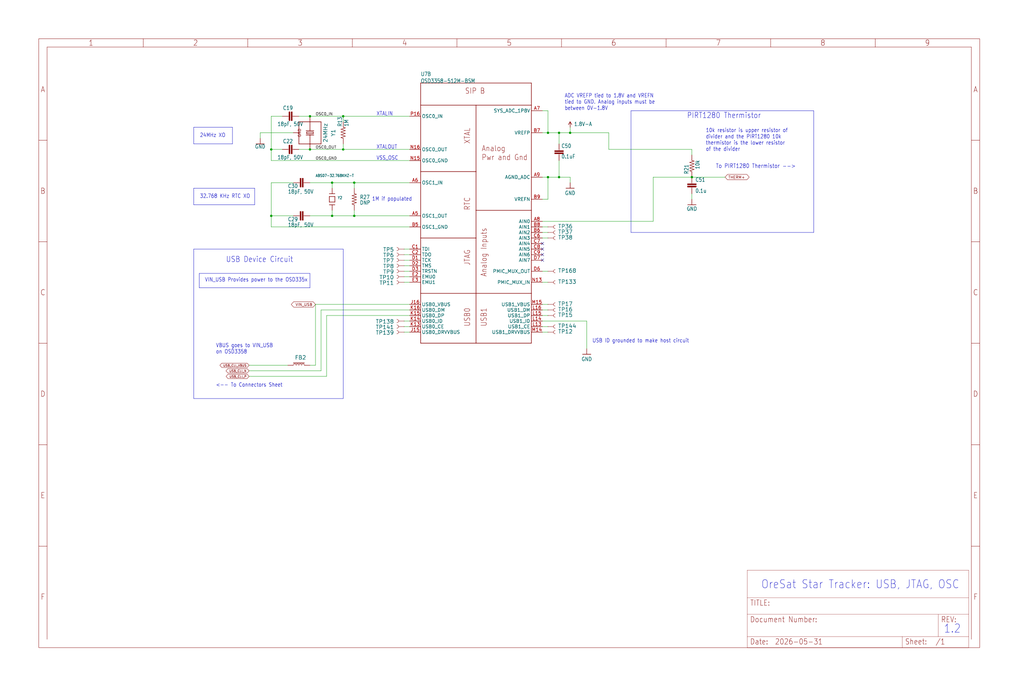
<source format=kicad_sch>
(kicad_sch (version 20250114) (generator "eeschema") (generator_version "9.0")
  (paper "User" 469.9 317.627)
  (lib_symbols
    (symbol "cfc-card-eagle-import:1.8V-A" (power)
      (symbol "1.8V-A_1_0"
        (pin power_in line (at 0 -2.54 90) (length 2.54) (name "1.8V-A") (number "1"))
      )
    )
    (symbol "cfc-card-eagle-import:ABS07-32.768KHZ-T"
      (property "Reference" "Y" (at -2.54 2.54 0))
      (symbol "ABS07-32.768KHZ-T_1_0"
        (pin passive line (at -5.08 0 0) (length 2.54) (name "P$1") (number "P$1"))
        (pin passive line (at 5.08 0 180) (length 2.54) (name "P$2") (number "P$2"))
      )
    )
    (symbol "cfc-card-eagle-import:C-EU0603-A"
      (property "Reference" "C" (at 1.524 0.381 0))
      (symbol "C-EU0603-A_1_0"
        (pin passive line (at 0 2.54 270) (length 2.54) (name "1") (number "1"))
        (pin passive line (at 0 -5.08 90) (length 2.54) (name "2") (number "2"))
      )
    )
    (symbol "cfc-card-eagle-import:ECS-240-12-30BQ-AEN-TR"
      (property "Reference" "Y" (at 0 9.652 0))
      (symbol "ECS-240-12-30BQ-AEN-TR_1_0"
        (text "GND" (at 0 -4.064 0) (effects (font (size 1.27 1.27)) (justify bottom)))
        (pin passive line (at -7.62 0 0) (length 2.54) (name "X1") (number "1"))
        (pin power_in line (at 0 -7.62 90) (length 2.54) (name "GND") (number "2"))
        (pin power_in line (at 0 -7.62 90) (length 2.54) (name "GND") (number "4"))
        (pin passive line (at 7.62 0 180) (length 2.54) (name "X2") (number "3"))
      )
    )
    (symbol "cfc-card-eagle-import:FERRITE_BEAD-0603"
      (property "Reference" "FB" (at 1.27 2.54 0))
      (symbol "FERRITE_BEAD-0603_1_0"
        (pin passive line (at 0 5.08 270) (length 2.54) (name "1") (number "1"))
        (pin passive line (at 0 -5.08 90) (length 2.54) (name "2") (number "2"))
      )
    )
    (symbol "cfc-card-eagle-import:GND" (power)
      (symbol "GND_1_0"
        (pin power_in line (at 0 2.54 270) (length 2.54) (name "GND") (number "1"))
      )
    )
    (symbol "cfc-card-eagle-import:OSD3358-512M-BSM"
      (property "Reference" "U" (at -22.86 27.94 0))
      (symbol "OSD3358-512M-BSM_1_0"
        (text "GND to program EEPROM" (at -25.4 -71.12 0) (effects (font (size 1.27 1.0795)) (justify left bottom)))
        (text "SIP A" (at -20.32 17.78 0) (effects (font (size 2.54 2.159)) (justify left bottom)))
        (text "I2C0" (at -2.54 -60.96 900) (effects (font (size 2.54 2.159)) (justify left bottom)))
        (text "Connect together with pour" (at 5.08 -7.62 900) (effects (font (size 1.27 1.0795)) (justify left bottom)))
        (text "Connect together with pour" (at 5.08 -63.5 900) (effects (font (size 1.27 1.0795)) (justify left bottom)))
        (text "Reset" (at 5.08 -81.28 900) (effects (font (size 2.54 2.159)) (justify left bottom)))
        (text "Connect to either:\nSYS_VDD_1P8V\nSYS_VDD3_3P3V" (at 7.62 -30.48 900) (effects (font (size 1.27 1.0795)) (justify left bottom)))
        (pin power_in line (at -35.56 78.74 0) (length 5.08) (name "VIN_AC@1") (number "P10"))
        (pin power_in line (at -35.56 76.2 0) (length 5.08) (name "VIN_AC@2") (number "R10"))
        (pin power_in line (at -35.56 73.66 0) (length 5.08) (name "VIN_AC@3") (number "T10"))
        (pin power_in line (at -35.56 63.5 0) (length 5.08) (name "VIN_USB@1") (number "P9"))
        (pin power_in line (at -35.56 60.96 0) (length 5.08) (name "VIN_USB@2") (number "R9"))
        (pin power_in line (at -35.56 58.42 0) (length 5.08) (name "VIN_USB@3") (number "T9"))
        (pin power_in line (at -35.56 48.26 0) (length 5.08) (name "VIN_BAT@1") (number "P8"))
        (pin power_in line (at -35.56 45.72 0) (length 5.08) (name "VIN_BAT@2") (number "R8"))
        (pin power_in line (at -35.56 43.18 0) (length 5.08) (name "VIN_BAT@3") (number "T8"))
        (pin bidirectional line (at -35.56 38.1 0) (length 5.08) (name "PMIC_BAT_SENSE") (number "N7"))
        (pin bidirectional line (at -35.56 35.56 0) (length 5.08) (name "PMIC_TS") (number "N6"))
        (pin bidirectional line (at -35.56 5.08 0) (length 5.08) (name "PMIC_NRESET") (number "M13"))
        (pin bidirectional line (at -35.56 -5.08 0) (length 5.08) (name "PMIC_PB_IN") (number "T11"))
        (pin input line (at -35.56 -15.24 0) (length 5.08) (name "PMIC_PWR_EN") (number "N11"))
        (pin output line (at -35.56 -17.78 0) (length 5.08) (name "PMIC_POWER_EN") (number "N10"))
        (pin output line (at -35.56 -22.86 0) (length 5.08) (name "PMIC_LDO_PGOOD") (number "N4"))
        (pin bidirectional line (at -35.56 -25.4 0) (length 5.08) (name "RTC_PWRONRSTN") (number "N5"))
        (pin output line (at -35.56 -30.48 0) (length 5.08) (name "PMIC_NWAKEUP") (number "L4"))
        (pin bidirectional line (at -35.56 -33.02 0) (length 5.08) (name "EXT_WAKEUP") (number "M4"))
        (pin output line (at -35.56 -38.1 0) (length 5.08) (name "PMIC_NINT") (number "E4"))
        (pin bidirectional line (at -35.56 -40.64 0) (length 5.08) (name "EXTINTN") (number "D4"))
        (pin bidirectional line (at -35.56 -50.8 0) (length 5.08) (name "PMIC_SCL") (number "D10"))
        (pin bidirectional line (at -35.56 -53.34 0) (length 5.08) (name "I2C0_SCL") (number "C10"))
        (pin bidirectional line (at -35.56 -60.96 0) (length 5.08) (name "PMIC_SDA") (number "D11"))
        (pin bidirectional line (at -35.56 -63.5 0) (length 5.08) (name "I2C0_SDA") (number "C11"))
        (pin bidirectional line (at -35.56 -73.66 0) (length 5.08) (name "EEPROM_WP") (number "M2"))
        (pin bidirectional line (at -35.56 -83.82 0) (length 5.08) (name "RTC_KALDO_ENN") (number "M16"))
        (pin power_in line (at 35.56 78.74 180) (length 5.08) (name "SYS_VOUT@1") (number "K6"))
        (pin power_in line (at 35.56 76.2 180) (length 5.08) (name "SYS_VOUT@2") (number "K7"))
        (pin power_in line (at 35.56 73.66 180) (length 5.08) (name "SYS_VOUT@3") (number "L6"))
        (pin power_in line (at 35.56 71.12 180) (length 5.08) (name "SYS_VOUT@4") (number "L7"))
        (pin power_in line (at 35.56 60.96 180) (length 5.08) (name "SYS_VDD1_3P3V@1") (number "F6"))
        (pin power_in line (at 35.56 58.42 180) (length 5.08) (name "SYS_VDD1_3P3V@2") (number "F7"))
        (pin power_in line (at 35.56 55.88 180) (length 5.08) (name "SYS_VDD1_3P3V@3") (number "G6"))
        (pin power_in line (at 35.56 53.34 180) (length 5.08) (name "SYS_VDD1_3P3V@4") (number "G7"))
        (pin power_in line (at 35.56 43.18 180) (length 5.08) (name "SYS_VDD2_3P3V@1") (number "F11"))
        (pin power_in line (at 35.56 40.64 180) (length 5.08) (name "SYS_VDD2_3P3V@2") (number "G11"))
        (pin power_in line (at 35.56 30.48 180) (length 5.08) (name "SYS_RTC_1P8V@1") (number "K11"))
        (pin power_in line (at 35.56 27.94 180) (length 5.08) (name "SYS_RTC_1P8V@2") (number "L11"))
        (pin power_in line (at 35.56 12.7 180) (length 5.08) (name "SYS_VDD3_3P3V@1") (number "F8"))
        (pin power_in line (at 35.56 10.16 180) (length 5.08) (name "SYS_VDD3_3P3V@2") (number "G8"))
        (pin power_in line (at 35.56 7.62 180) (length 5.08) (name "SYS_VDD3_3P3V@3") (number "H7"))
        (pin power_in line (at 35.56 5.08 180) (length 5.08) (name "SYS_VDD3_3P3V@4") (number "H8"))
        (pin power_in line (at 35.56 2.54 180) (length 5.08) (name "SYS_VDD3_3P3V@5") (number "J7"))
        (pin power_in line (at 35.56 0 180) (length 5.08) (name "SYS_VDD3_3P3V@6") (number "J8"))
        (pin power_in line (at 35.56 -2.54 180) (length 5.08) (name "SYS_VDD3_3P3V@7") (number "K8"))
        (pin power_in line (at 35.56 -5.08 180) (length 5.08) (name "SYS_VDD3_3P3V@8") (number "L8"))
        (pin power_in line (at 35.56 -15.24 180) (length 5.08) (name "VDDSHV1") (number "J9"))
        (pin power_in line (at 35.56 -17.78 180) (length 5.08) (name "VDDSHV2") (number "K9"))
        (pin power_in line (at 35.56 -20.32 180) (length 5.08) (name "VDDSHV3") (number "L9"))
        (pin power_in line (at 35.56 -22.86 180) (length 5.08) (name "VDDSHV4") (number "F9"))
        (pin power_in line (at 35.56 -25.4 180) (length 5.08) (name "VDDSHV5") (number "G9"))
        (pin power_in line (at 35.56 -27.94 180) (length 5.08) (name "VDDSHV6") (number "H9"))
        (pin power_in line (at 35.56 -38.1 180) (length 5.08) (name "SYS_VDD_1P8V@1") (number "F10"))
        (pin power_in line (at 35.56 -40.64 180) (length 5.08) (name "SYS_VDD_1P8V@2") (number "G10"))
        (pin power_in line (at 35.56 -43.18 180) (length 5.08) (name "SYS_VDD_1P8V@3") (number "H10"))
        (pin power_in line (at 35.56 -45.72 180) (length 5.08) (name "SYS_VDD_1P8V@4") (number "H11"))
        (pin power_in line (at 35.56 -48.26 180) (length 5.08) (name "SYS_VDD_1P8V@5") (number "J10"))
        (pin power_in line (at 35.56 -50.8 180) (length 5.08) (name "SYS_VDD_1P8V@6") (number "J11"))
        (pin power_in line (at 35.56 -53.34 180) (length 5.08) (name "SYS_VDD_1P8V@7") (number "K10"))
        (pin power_in line (at 35.56 -55.88 180) (length 5.08) (name "SYS_VDD_1P8V@8") (number "L10"))
        (pin output line (at 35.56 -71.12 180) (length 5.08) (name "PMIC_PGOOD") (number "N12"))
        (pin bidirectional line (at 35.56 -73.66 180) (length 5.08) (name "PWRONRSTN") (number "P11"))
        (pin bidirectional line (at 35.56 -83.82 180) (length 5.08) (name "WARMRSTN") (number "R11"))
      )
      (symbol "OSD3358-512M-BSM_2_0"
        (text "SIP B" (at -5.08 53.34 0) (effects (font (size 2.54 2.159)) (justify left bottom)))
        (text "XTAL" (at -2.54 30.48 900) (effects (font (size 2.54 2.159)) (justify left bottom)))
        (text "RTC" (at -2.54 0 900) (effects (font (size 2.54 2.159)) (justify left bottom)))
        (text "JTAG" (at -2.54 -25.4 900) (effects (font (size 2.54 2.159)) (justify left bottom)))
        (text "USB0" (at -2.54 -53.34 900) (effects (font (size 2.54 2.159)) (justify left bottom)))
        (text "Analog\nPwr and Gnd" (at 2.54 22.86 0) (effects (font (size 2.54 2.159)) (justify left bottom)))
        (text "Analog Inputs" (at 5.08 -30.48 900) (effects (font (size 2.54 2.159)) (justify left bottom)))
        (text "USB1" (at 5.08 -53.34 900) (effects (font (size 2.54 2.159)) (justify left bottom)))
        (pin bidirectional line (at -30.48 43.18 0) (length 5.08) (name "OSC0_IN") (number "P16"))
        (pin bidirectional line (at -30.48 27.94 0) (length 5.08) (name "OSC0_OUT") (number "N16"))
        (pin bidirectional line (at -30.48 22.86 0) (length 5.08) (name "OSC0_GND") (number "N15"))
        (pin bidirectional line (at -30.48 12.7 0) (length 5.08) (name "OSC1_IN") (number "A6"))
        (pin bidirectional line (at -30.48 -2.54 0) (length 5.08) (name "OSC1_OUT") (number "A5"))
        (pin bidirectional line (at -30.48 -7.62 0) (length 5.08) (name "OSC1_GND") (number "B5"))
        (pin bidirectional line (at -30.48 -17.78 0) (length 5.08) (name "TDI") (number "C1"))
        (pin bidirectional line (at -30.48 -20.32 0) (length 5.08) (name "TDO") (number "C2"))
        (pin bidirectional line (at -30.48 -22.86 0) (length 5.08) (name "TCK") (number "D1"))
        (pin bidirectional line (at -30.48 -25.4 0) (length 5.08) (name "TMS") (number "D2"))
        (pin bidirectional line (at -30.48 -27.94 0) (length 5.08) (name "TRSTN") (number "D3"))
        (pin bidirectional line (at -30.48 -30.48 0) (length 5.08) (name "EMU0") (number "E2"))
        (pin bidirectional line (at -30.48 -33.02 0) (length 5.08) (name "EMU1") (number "E3"))
        (pin bidirectional line (at -30.48 -43.18 0) (length 5.08) (name "USB0_VBUS") (number "J16"))
        (pin bidirectional line (at -30.48 -45.72 0) (length 5.08) (name "USB0_DM") (number "K16"))
        (pin bidirectional line (at -30.48 -48.26 0) (length 5.08) (name "USB0_DP") (number "K15"))
        (pin bidirectional line (at -30.48 -50.8 0) (length 5.08) (name "USB0_ID") (number "K14"))
        (pin bidirectional line (at -30.48 -53.34 0) (length 5.08) (name "USB0_CE") (number "K13"))
        (pin bidirectional line (at -30.48 -55.88 0) (length 5.08) (name "USB0_DRVVBUS") (number "J15"))
        (pin bidirectional line (at 30.48 45.72 180) (length 5.08) (name "SYS_ADC_1P8V") (number "A7"))
        (pin bidirectional line (at 30.48 35.56 180) (length 5.08) (name "VREFP") (number "B7"))
        (pin bidirectional line (at 30.48 15.24 180) (length 5.08) (name "AGND_ADC") (number "A9"))
        (pin bidirectional line (at 30.48 5.08 180) (length 5.08) (name "VREFN") (number "B9"))
        (pin bidirectional line (at 30.48 -5.08 180) (length 5.08) (name "AIN0") (number "A8"))
        (pin bidirectional line (at 30.48 -7.62 180) (length 5.08) (name "AIN1") (number "B8"))
        (pin bidirectional line (at 30.48 -10.16 180) (length 5.08) (name "AIN2") (number "B6"))
        (pin bidirectional line (at 30.48 -12.7 180) (length 5.08) (name "AIN3") (number "C6"))
        (pin bidirectional line (at 30.48 -15.24 180) (length 5.08) (name "AIN4") (number "C7"))
        (pin bidirectional line (at 30.48 -17.78 180) (length 5.08) (name "AIN5") (number "C8"))
        (pin bidirectional line (at 30.48 -20.32 180) (length 5.08) (name "AIN6") (number "C9"))
        (pin bidirectional line (at 30.48 -22.86 180) (length 5.08) (name "AIN7") (number "D7"))
        (pin bidirectional line (at 30.48 -27.94 180) (length 5.08) (name "PMIC_MUX_OUT") (number "D6"))
        (pin bidirectional line (at 30.48 -33.02 180) (length 5.08) (name "PMIC_MUX_IN") (number "N13"))
        (pin bidirectional line (at 30.48 -43.18 180) (length 5.08) (name "USB1_VBUS") (number "M15"))
        (pin bidirectional line (at 30.48 -45.72 180) (length 5.08) (name "USB1_DM") (number "L16"))
        (pin bidirectional line (at 30.48 -48.26 180) (length 5.08) (name "USB1_DP") (number "L15"))
        (pin bidirectional line (at 30.48 -50.8 180) (length 5.08) (name "USB1_ID") (number "L14"))
        (pin bidirectional line (at 30.48 -53.34 180) (length 5.08) (name "USB1_CE") (number "L13"))
        (pin bidirectional line (at 30.48 -55.88 180) (length 5.08) (name "USB1_DRVVBUS") (number "M14"))
      )
      (symbol "OSD3358-512M-BSM_3_0"
        (text "SIP C" (at -5.08 53.34 0) (effects (font (size 2.54 2.159)) (justify left bottom)))
        (pin bidirectional line (at -30.48 55.88 0) (length 5.08) (name "UART0_TXD") (number "B12"))
        (pin bidirectional line (at -30.48 53.34 0) (length 5.08) (name "UART0_RXD") (number "A12"))
        (pin bidirectional line (at -30.48 50.8 0) (length 5.08) (name "UART0_CTSN") (number "C12"))
        (pin bidirectional line (at -30.48 48.26 0) (length 5.08) (name "UART0_RTSN") (number "C13"))
        (pin bidirectional line (at -30.48 40.64 0) (length 5.08) (name "UART1_TXD") (number "B11"))
        (pin bidirectional line (at -30.48 38.1 0) (length 5.08) (name "UART1_RXD") (number "A11"))
        (pin bidirectional line (at -30.48 35.56 0) (length 5.08) (name "UART1_CTSN") (number "B10"))
        (pin bidirectional line (at -30.48 33.02 0) (length 5.08) (name "UART1_RTSN") (number "A10"))
        (pin bidirectional line (at -30.48 25.4 0) (length 5.08) (name "SPI0_SCLK") (number "A13"))
        (pin bidirectional line (at -30.48 22.86 0) (length 5.08) (name "SPI0_D0") (number "B13"))
        (pin bidirectional line (at -30.48 20.32 0) (length 5.08) (name "SPI0_D1") (number "B14"))
        (pin bidirectional line (at -30.48 17.78 0) (length 5.08) (name "SPI0_CS0") (number "A14"))
        (pin bidirectional line (at -30.48 15.24 0) (length 5.08) (name "SPI0_CS1") (number "C14"))
        (pin bidirectional line (at -30.48 7.62 0) (length 5.08) (name "MMC0_CLK") (number "B15"))
        (pin bidirectional line (at -30.48 5.08 0) (length 5.08) (name "MMC0_CMD") (number "B16"))
        (pin bidirectional line (at -30.48 2.54 0) (length 5.08) (name "MMC0_DAT0") (number "A16"))
        (pin bidirectional line (at -30.48 0 0) (length 5.08) (name "MMC0_DAT1") (number "A15"))
        (pin bidirectional line (at -30.48 -2.54 0) (length 5.08) (name "MMC0_DAT2") (number "C16"))
        (pin bidirectional line (at -30.48 -5.08 0) (length 5.08) (name "MMC0_DAT3") (number "C15"))
        (pin bidirectional line (at -30.48 -12.7 0) (length 5.08) (name "MCASP0_ACLKX") (number "A1"))
        (pin bidirectional line (at -30.48 -15.24 0) (length 5.08) (name "MCASP0_FSX") (number "A2"))
        (pin bidirectional line (at -30.48 -17.78 0) (length 5.08) (name "MCASP0_AXR0") (number "B2"))
        (pin bidirectional line (at -30.48 -20.32 0) (length 5.08) (name "MCASP0_AHCLKR") (number "B1"))
        (pin bidirectional line (at -30.48 -22.86 0) (length 5.08) (name "MCASP0_ACLKR") (number "A3"))
        (pin bidirectional line (at -30.48 -25.4 0) (length 5.08) (name "MCASP0_FSR") (number "B3"))
        (pin bidirectional line (at -30.48 -27.94 0) (length 5.08) (name "MCASP0_AXR1") (number "C3"))
        (pin bidirectional line (at -30.48 -30.48 0) (length 5.08) (name "MCASP0_AHCLKX") (number "C4"))
        (pin bidirectional line (at -30.48 -38.1 0) (length 5.08) (name "XDMA_EVENT_INTR0") (number "A4"))
        (pin bidirectional line (at -30.48 -40.64 0) (length 5.08) (name "XDMA_EVENT_INTR1") (number "B4"))
        (pin bidirectional line (at -30.48 -43.18 0) (length 5.08) (name "ECAP0_IN_PWM0_OUT") (number "C5"))
        (pin bidirectional line (at 30.48 55.88 180) (length 5.08) (name "GPMC_CLK") (number "T7"))
        (pin bidirectional line (at 30.48 50.8 180) (length 5.08) (name "GPMC_A0") (number "T12"))
        (pin bidirectional line (at 30.48 48.26 180) (length 5.08) (name "GPMC_A1") (number "R12"))
        (pin bidirectional line (at 30.48 45.72 180) (length 5.08) (name "GPMC_A2") (number "P12"))
        (pin bidirectional line (at 30.48 43.18 180) (length 5.08) (name "GPMC_A3") (number "T13"))
        (pin bidirectional line (at 30.48 40.64 180) (length 5.08) (name "GPMC_A4") (number "R13"))
        (pin bidirectional line (at 30.48 38.1 180) (length 5.08) (name "GPMC_A5") (number "P13"))
        (pin bidirectional line (at 30.48 35.56 180) (length 5.08) (name "GPMC_A6") (number "T14"))
        (pin bidirectional line (at 30.48 33.02 180) (length 5.08) (name "GPMC_A7") (number "R14"))
        (pin bidirectional line (at 30.48 30.48 180) (length 5.08) (name "GPMC_A8") (number "P14"))
        (pin bidirectional line (at 30.48 27.94 180) (length 5.08) (name "GPMC_A9") (number "T15"))
        (pin bidirectional line (at 30.48 25.4 180) (length 5.08) (name "GPMC_A10") (number "R15"))
        (pin bidirectional line (at 30.48 22.86 180) (length 5.08) (name "GPMC_A11") (number "T16"))
        (pin bidirectional line (at 30.48 17.78 180) (length 5.08) (name "GPMC_BEN1") (number "N14"))
        (pin bidirectional line (at 30.48 15.24 180) (length 5.08) (name "GPMC_WAIT0") (number "P15"))
        (pin bidirectional line (at 30.48 12.7 180) (length 5.08) (name "GPMC_WPN") (number "R16"))
        (pin bidirectional line (at 30.48 7.62 180) (length 5.08) (name "GPMC_CSN0") (number "P3"))
        (pin bidirectional line (at 30.48 5.08 180) (length 5.08) (name "GPMC_CSN1") (number "P2"))
        (pin bidirectional line (at 30.48 2.54 180) (length 5.08) (name "GPMC_CSN2") (number "P1"))
        (pin bidirectional line (at 30.48 0 180) (length 5.08) (name "GPMC_CSN3") (number "R7"))
        (pin bidirectional line (at 30.48 -5.08 180) (length 5.08) (name "GPMC_AD0") (number "R3"))
        (pin bidirectional line (at 30.48 -7.62 180) (length 5.08) (name "GPMC_AD1") (number "R2"))
        (pin bidirectional line (at 30.48 -10.16 180) (length 5.08) (name "GPMC_AD2") (number "R1"))
        (pin bidirectional line (at 30.48 -12.7 180) (length 5.08) (name "GPMC_AD3") (number "T3"))
        (pin bidirectional line (at 30.48 -15.24 180) (length 5.08) (name "GPMC_AD4") (number "T2"))
        (pin bidirectional line (at 30.48 -17.78 180) (length 5.08) (name "GPMC_AD5") (number "T1"))
        (pin bidirectional line (at 30.48 -20.32 180) (length 5.08) (name "GPMC_AD6") (number "P4"))
        (pin bidirectional line (at 30.48 -22.86 180) (length 5.08) (name "GPMC_AD7") (number "R4"))
        (pin bidirectional line (at 30.48 -27.94 180) (length 5.08) (name "GPMC_AD8") (number "T4"))
        (pin bidirectional line (at 30.48 -30.48 180) (length 5.08) (name "GPMC_AD9") (number "P5"))
        (pin bidirectional line (at 30.48 -33.02 180) (length 5.08) (name "GPMC_AD10") (number "R5"))
        (pin bidirectional line (at 30.48 -35.56 180) (length 5.08) (name "GPMC_AD11") (number "T5"))
        (pin bidirectional line (at 30.48 -38.1 180) (length 5.08) (name "GPMC_AD12") (number "P6"))
        (pin bidirectional line (at 30.48 -40.64 180) (length 5.08) (name "GPMC_AD13") (number "R6"))
        (pin bidirectional line (at 30.48 -43.18 180) (length 5.08) (name "GPMC_AD14") (number "T6"))
        (pin bidirectional line (at 30.48 -45.72 180) (length 5.08) (name "GPMC_AD15") (number "P7"))
        (pin bidirectional line (at 30.48 -50.8 180) (length 5.08) (name "GPMC_ADVN_ALE") (number "M1"))
        (pin bidirectional line (at 30.48 -53.34 180) (length 5.08) (name "GPMC_BEN0_CLE") (number "N3"))
        (pin bidirectional line (at 30.48 -55.88 180) (length 5.08) (name "GPMC_WEN") (number "N2"))
        (pin bidirectional line (at 30.48 -58.42 180) (length 5.08) (name "GPMC_OEN_REN") (number "N1"))
      )
      (symbol "OSD3358-512M-BSM_4_0"
        (text "SIP D" (at -20.32 -30.48 0) (effects (font (size 2.54 2.159)) (justify left bottom)))
        (pin bidirectional line (at -30.48 27.94 0) (length 5.08) (name "MII1_TX_CLK") (number "H16"))
        (pin bidirectional line (at -30.48 25.4 0) (length 5.08) (name "MII1_TXD0") (number "H15"))
        (pin bidirectional line (at -30.48 22.86 0) (length 5.08) (name "MII1_TXD1") (number "H14"))
        (pin bidirectional line (at -30.48 20.32 0) (length 5.08) (name "MII1_TXD2") (number "G16"))
        (pin bidirectional line (at -30.48 17.78 0) (length 5.08) (name "MII1_TXD3") (number "G15"))
        (pin bidirectional line (at -30.48 15.24 0) (length 5.08) (name "MII1_TX_EN") (number "G14"))
        (pin bidirectional line (at -30.48 12.7 0) (length 5.08) (name "MII1_CRS") (number "F14"))
        (pin bidirectional line (at -30.48 10.16 0) (length 5.08) (name "MII1_COL") (number "F15"))
        (pin bidirectional line (at -30.48 5.08 0) (length 5.08) (name "MII1_RX_CLK") (number "E16"))
        (pin bidirectional line (at -30.48 2.54 0) (length 5.08) (name "MII1_RXD0") (number "E14"))
        (pin bidirectional line (at -30.48 0 0) (length 5.08) (name "MII1_RXD1") (number "D16"))
        (pin bidirectional line (at -30.48 -2.54 0) (length 5.08) (name "MII1_RXD2") (number "D15"))
        (pin bidirectional line (at -30.48 -5.08 0) (length 5.08) (name "MII1_RXD3") (number "D14"))
        (pin bidirectional line (at -30.48 -7.62 0) (length 5.08) (name "MII1_RX_ER") (number "E15"))
        (pin bidirectional line (at -30.48 -10.16 0) (length 5.08) (name "MII1_RX_DV") (number "F16"))
        (pin bidirectional line (at -30.48 -15.24 0) (length 5.08) (name "RMII1_REF_CLK") (number "J14"))
        (pin bidirectional line (at -30.48 -17.78 0) (length 5.08) (name "MDC") (number "D13"))
        (pin bidirectional line (at -30.48 -20.32 0) (length 5.08) (name "MDIO") (number "E13"))
        (pin bidirectional line (at 30.48 27.94 180) (length 5.08) (name "LCD_DATA0") (number "G3"))
        (pin bidirectional line (at 30.48 25.4 180) (length 5.08) (name "LCD_DATA1") (number "G2"))
        (pin bidirectional line (at 30.48 22.86 180) (length 5.08) (name "LCD_DATA2") (number "G1"))
        (pin bidirectional line (at 30.48 20.32 180) (length 5.08) (name "LCD_DATA3") (number "H3"))
        (pin bidirectional line (at 30.48 17.78 180) (length 5.08) (name "LCD_DATA4") (number "H2"))
        (pin bidirectional line (at 30.48 15.24 180) (length 5.08) (name "LCD_DATA5") (number "H1"))
        (pin bidirectional line (at 30.48 12.7 180) (length 5.08) (name "LCD_DATA6") (number "J3"))
        (pin bidirectional line (at 30.48 10.16 180) (length 5.08) (name "LCD_DATA7") (number "J2"))
        (pin bidirectional line (at 30.48 7.62 180) (length 5.08) (name "LCD_DATA8") (number "J1"))
        (pin bidirectional line (at 30.48 5.08 180) (length 5.08) (name "LCD_DATA9") (number "K3"))
        (pin bidirectional line (at 30.48 2.54 180) (length 5.08) (name "LCD_DATA10") (number "K2"))
        (pin bidirectional line (at 30.48 0 180) (length 5.08) (name "LCD_DATA11") (number "K1"))
        (pin bidirectional line (at 30.48 -2.54 180) (length 5.08) (name "LCD_DATA12") (number "L3"))
        (pin bidirectional line (at 30.48 -5.08 180) (length 5.08) (name "LCD_DATA13") (number "L2"))
        (pin bidirectional line (at 30.48 -7.62 180) (length 5.08) (name "LCD_DATA14") (number "L1"))
        (pin bidirectional line (at 30.48 -10.16 180) (length 5.08) (name "LCD_DATA15") (number "M3"))
        (pin bidirectional line (at 30.48 -15.24 180) (length 5.08) (name "LCD_PCLK") (number "F1"))
        (pin bidirectional line (at 30.48 -17.78 180) (length 5.08) (name "LCD_VSYNC") (number "F3"))
        (pin bidirectional line (at 30.48 -20.32 180) (length 5.08) (name "LCD_HSYNC") (number "F2"))
        (pin bidirectional line (at 30.48 -22.86 180) (length 5.08) (name "LCD_AC_BIAS_EN") (number "E1"))
      )
      (symbol "OSD3358-512M-BSM_5_0"
        (text "NOTE:  Can use pours\nto connect DGND pads\ninstead of a via per\npad." (at -12.7 -27.94 0) (effects (font (size 1.27 1.0795)) (justify left bottom)))
        (text "SIP E" (at 0 20.32 0) (effects (font (size 2.54 2.159)) (justify bottom)))
        (pin bidirectional line (at -30.48 25.4 0) (length 5.08) (name "DGND@1") (number "D8"))
        (pin bidirectional line (at -30.48 22.86 0) (length 5.08) (name "DGND@2") (number "D9"))
        (pin bidirectional line (at -30.48 17.78 0) (length 5.08) (name "DGND@3") (number "E5"))
        (pin bidirectional line (at -30.48 15.24 0) (length 5.08) (name "DGND@4") (number "E6"))
        (pin bidirectional line (at -30.48 12.7 0) (length 5.08) (name "DGND@5") (number "E7"))
        (pin bidirectional line (at -30.48 10.16 0) (length 5.08) (name "DGND@6") (number "E8"))
        (pin bidirectional line (at -30.48 7.62 0) (length 5.08) (name "DGND@7") (number "E9"))
        (pin bidirectional line (at -30.48 5.08 0) (length 5.08) (name "DGND@8") (number "E10"))
        (pin bidirectional line (at -30.48 2.54 0) (length 5.08) (name "DGND@9") (number "E11"))
        (pin bidirectional line (at -30.48 0 0) (length 5.08) (name "DGND@10") (number "E12"))
        (pin bidirectional line (at -30.48 -5.08 0) (length 5.08) (name "DGND@11") (number "F5"))
        (pin bidirectional line (at -30.48 -7.62 0) (length 5.08) (name "DGND@12") (number "F12"))
        (pin bidirectional line (at -30.48 -12.7 0) (length 5.08) (name "DGND@13") (number "G5"))
        (pin bidirectional line (at -30.48 -15.24 0) (length 5.08) (name "DGND@14") (number "G12"))
        (pin bidirectional line (at -30.48 -20.32 0) (length 5.08) (name "DGND@15") (number "H4"))
        (pin bidirectional line (at -30.48 -22.86 0) (length 5.08) (name "DGND@16") (number "H5"))
        (pin bidirectional line (at -30.48 -25.4 0) (length 5.08) (name "DGND@17") (number "H12"))
        (pin bidirectional line (at -30.48 -27.94 0) (length 5.08) (name "DGND@18") (number "H13"))
        (pin bidirectional line (at 30.48 25.4 180) (length 5.08) (name "DGND@19") (number "J4"))
        (pin bidirectional line (at 30.48 22.86 180) (length 5.08) (name "DGND@20") (number "J5"))
        (pin bidirectional line (at 30.48 20.32 180) (length 5.08) (name "DGND@21") (number "J12"))
        (pin bidirectional line (at 30.48 17.78 180) (length 5.08) (name "DGND@22") (number "J13"))
        (pin bidirectional line (at 30.48 12.7 180) (length 5.08) (name "DGND@23") (number "K5"))
        (pin bidirectional line (at 30.48 10.16 180) (length 5.08) (name "DGND@24") (number "K12"))
        (pin bidirectional line (at 30.48 5.08 180) (length 5.08) (name "DGND@25") (number "L5"))
        (pin bidirectional line (at 30.48 2.54 180) (length 5.08) (name "DGND@26") (number "L12"))
        (pin bidirectional line (at 30.48 -2.54 180) (length 5.08) (name "DGND@27") (number "M5"))
        (pin bidirectional line (at 30.48 -5.08 180) (length 5.08) (name "DGND@28") (number "M6"))
        (pin bidirectional line (at 30.48 -7.62 180) (length 5.08) (name "DGND@29") (number "M7"))
        (pin bidirectional line (at 30.48 -10.16 180) (length 5.08) (name "DGND@30") (number "M8"))
        (pin bidirectional line (at 30.48 -12.7 180) (length 5.08) (name "DGND@31") (number "M9"))
        (pin bidirectional line (at 30.48 -15.24 180) (length 5.08) (name "DGND@32") (number "M10"))
        (pin bidirectional line (at 30.48 -17.78 180) (length 5.08) (name "DGND@33") (number "M11"))
        (pin bidirectional line (at 30.48 -20.32 180) (length 5.08) (name "DGND@34") (number "M12"))
        (pin bidirectional line (at 30.48 -25.4 180) (length 5.08) (name "DGND@35") (number "N8"))
        (pin bidirectional line (at 30.48 -27.94 180) (length 5.08) (name "DGND@36") (number "N9"))
      )
      (symbol "OSD3358-512M-BSM_6_0"
        (text "Do Not Connect" (at -10.16 -15.24 0) (effects (font (size 1.778 1.5113)) (justify left)))
        (text "Do Not Use\nTest Point per\npower rail\nrecommended" (at -2.54 2.54 0) (effects (font (size 1.778 1.5113)) (justify left bottom)))
        (text "SIP F" (at 15.24 20.32 0) (effects (font (size 2.54 2.159)) (justify bottom)))
        (pin bidirectional line (at -27.94 20.32 0) (length 5.08) (name "VDDS_DDR") (number "F4"))
        (pin bidirectional line (at -27.94 15.24 0) (length 5.08) (name "VDD_CORE") (number "G4"))
        (pin bidirectional line (at -27.94 10.16 0) (length 5.08) (name "VDD_MPU") (number "F13"))
        (pin bidirectional line (at -27.94 5.08 0) (length 5.08) (name "VDDS_PLL") (number "G13"))
        (pin bidirectional line (at -27.94 -5.08 0) (length 5.08) (name "CAP_VDD_RTC") (number "D5"))
        (pin bidirectional line (at -27.94 -10.16 0) (length 5.08) (name "VPP") (number "H6"))
        (pin bidirectional line (at 27.94 -5.08 180) (length 5.08) (name "NC@1") (number "D12"))
        (pin bidirectional line (at 27.94 -7.62 180) (length 5.08) (name "NC@2") (number "J6"))
        (pin bidirectional line (at 27.94 -10.16 180) (length 5.08) (name "NC@3") (number "K4"))
      )
    )
    (symbol "cfc-card-eagle-import:R-US_0603-A"
      (property "Reference" "R" (at -3.81 1.4986 0))
      (symbol "R-US_0603-A_1_0"
        (pin passive line (at -5.08 0 0) (length 2.54) (name "1") (number "1"))
        (pin passive line (at 5.08 0 180) (length 2.54) (name "2") (number "2"))
      )
    )
    (symbol "cfc-card-eagle-import:TEST-POINT3X4"
      (symbol "TEST-POINT3X4_1_0"
        (pin bidirectional line (at 0 0 180) (length 0) (name "1") (number "P$1"))
      )
    )
    (symbol "cfc-card-eagle-import:frames_229_FRAME_B_L"
      (symbol "frames_229_FRAME_B_L_1_0"
        (text "A" (at 1.905 256.1167 0) (effects (font (size 2.54 2.286))))
        (text "B" (at 1.905 209.55 0) (effects (font (size 2.54 2.286))))
        (text "C" (at 1.905 162.9833 0) (effects (font (size 2.54 2.286))))
        (text "D" (at 1.905 116.4167 0) (effects (font (size 2.54 2.286))))
        (text "E" (at 1.905 69.85 0) (effects (font (size 2.54 2.286))))
        (text "F" (at 1.905 23.2833 0) (effects (font (size 2.54 2.286))))
        (text "1" (at 23.9889 277.495 0) (effects (font (size 2.54 2.286))))
        (text "2" (at 71.9667 277.495 0) (effects (font (size 2.54 2.286))))
        (text "3" (at 119.9444 277.495 0) (effects (font (size 2.54 2.286))))
        (text "4" (at 167.9222 277.495 0) (effects (font (size 2.54 2.286))))
        (text "5" (at 215.9 277.495 0) (effects (font (size 2.54 2.286))))
        (text "6" (at 263.8778 277.495 0) (effects (font (size 2.54 2.286))))
        (text "7" (at 311.8556 277.495 0) (effects (font (size 2.54 2.286))))
        (text "8" (at 359.8333 277.495 0) (effects (font (size 2.54 2.286))))
        (text "9" (at 407.8111 277.495 0) (effects (font (size 2.54 2.286))))
        (text "A" (at 429.895 256.1167 0) (effects (font (size 2.54 2.286))))
        (text "B" (at 429.895 209.55 0) (effects (font (size 2.54 2.286))))
        (text "C" (at 429.895 162.9833 0) (effects (font (size 2.54 2.286))))
        (text "D" (at 429.895 116.4167 0) (effects (font (size 2.54 2.286))))
        (text "E" (at 429.895 69.85 0) (effects (font (size 2.54 2.286))))
        (text "F" (at 429.895 23.2833 0) (effects (font (size 2.54 2.286))))
      )
      (symbol "frames_229_FRAME_B_L_2_0"
        (text "TITLE:" (at 1.27 19.05 0) (effects (font (size 2.54 2.159)) (justify left bottom)))
        (text "Document Number:" (at 1.27 11.43 0) (effects (font (size 2.54 2.159)) (justify left bottom)))
        (text "Date:" (at 1.27 1.27 0) (effects (font (size 2.54 2.159)) (justify left bottom)))
        (text "${CURRENT_DATE}" (at 12.7 1.27 0) (effects (font (size 2.54 2.159)) (justify left bottom)))
        (text "${PROJECTNAME}" (at 17.78 19.05 0) (effects (font (size 2.54 2.159)) (justify left bottom)))
        (text "Sheet:" (at 72.39 1.27 0) (effects (font (size 2.54 2.159)) (justify left bottom)))
        (text "${#}/${##}" (at 86.36 1.27 0) (effects (font (size 2.54 2.159)) (justify left bottom)))
        (text "REV:" (at 88.9 11.43 0) (effects (font (size 2.54 2.159)) (justify left bottom)))
      )
    )
  )
  (text "XTALOUT" (at 172.72 68.58 0) (effects (font (size 1.778 1.5113)) (justify left bottom)))
  (text "To PIRT1280 Thermistor -->" (at 328.422 77.47 0) (effects (font (size 1.905 1.6192)) (justify left bottom)))
  (text "<-- To Connectors Sheet" (at 99.06 177.8 0) (effects (font (size 1.778 1.5113)) (justify left bottom)))
  (text "USB ID grounded to make host circuit" (at 271.78 157.48 0) (effects (font (size 1.778 1.5113)) (justify left bottom)))
  (text "OreSat Star Tracker: USB, JTAG, OSC" (at 349.25 270.51 0) (effects (font (size 3.81 3.2385)) (justify left bottom)))
  (text "32.768 KHz RTC XO" (at 91.694 91.186 0) (effects (font (size 1.778 1.5113)) (justify left bottom)))
  (text "VSS_OSC" (at 172.72 73.66 0) (effects (font (size 1.778 1.5113)) (justify left bottom)))
  (text "ADC VREFP tied to 1.8V and VREFN\ntied to GND. Analog inputs must be\nbetween 0V-1.8V" (at 259.08 50.8 0) (effects (font (size 1.778 1.5113)) (justify left bottom)))
  (text "PIRT1280 Thermistor" (at 315.214 54.61 0) (effects (font (size 2.54 2.159)) (justify left bottom)))
  (text "VBUS goes to VIN_USB\non OSD3358" (at 99.06 162.56 0) (effects (font (size 1.778 1.5113)) (justify left bottom)))
  (text "1.2" (at 433.07 290.83 0) (effects (font (size 3.81 3.2385)) (justify left bottom)))
  (text "USB Device Circuit" (at 103.632 120.65 0) (effects (font (size 2.54 2.159)) (justify left bottom)))
  (text "VIN_USB Provides power to the OSD335x" (at 93.98 129.54 0) (effects (font (size 1.778 1.5113)) (justify left bottom)))
  (text "1M if populated" (at 170.688 92.456 0) (effects (font (size 1.778 1.5113)) (justify left bottom)))
  (text "24MHz XO" (at 91.694 63.246 0) (effects (font (size 1.778 1.5113)) (justify left bottom)))
  (text "10k resistor is upper resistor of\ndivider and the PIRT1280 10k\nthermistor is the lower resistor\nof the divider" (at 323.85 69.596 0) (effects (font (size 1.778 1.5113)) (justify left bottom)))
  (text "XTALIN" (at 172.72 53.34 0) (effects (font (size 1.778 1.5113)) (justify left bottom)))
  (junction (at 124.46 99.06))
  (junction (at 124.46 68.58))
  (junction (at 162.56 99.06))
  (junction (at 152.4 83.82))
  (junction (at 152.4 99.06))
  (junction (at 251.46 81.28))
  (junction (at 162.56 83.82))
  (junction (at 251.46 60.96))
  (junction (at 142.24 68.58))
  (junction (at 256.54 81.28))
  (junction (at 142.24 53.34))
  (junction (at 317.5 81.28))
  (junction (at 157.48 53.34))
  (junction (at 256.54 60.96))
  (junction (at 157.48 68.58))
  (junction (at 261.62 60.96))
  (no_connect (at 248.92 114.3))
  (no_connect (at 248.92 116.84))
  (no_connect (at 248.92 111.76))
  (no_connect (at 248.92 119.38))
  (wire (pts (xy 251.46 60.96) (xy 256.54 60.96)) (stroke (width 0.1524)))
  (wire (pts (xy 162.56 86.36) (xy 162.56 83.82)) (stroke (width 0.1524)))
  (wire (pts (xy 144.78 139.7) (xy 144.78 167.64)) (stroke (width 0.1524)))
  (polyline (pts (xy 289.56 106.68) (xy 373.38 106.68)) (stroke (width 0.1524) (type solid)))
  (polyline (pts (xy 106.68 66.04) (xy 106.68 58.42)) (stroke (width 0.1524) (type solid)))
  (polyline (pts (xy 116.84 93.98) (xy 116.84 86.36)) (stroke (width 0.1524) (type solid)))
  (wire (pts (xy 248.92 81.28) (xy 251.46 81.28)) (stroke (width 0.1524)))
  (wire (pts (xy 157.48 68.58) (xy 187.96 68.58)) (stroke (width 0.1524)))
  (polyline (pts (xy 91.44 132.08) (xy 91.44 125.476)) (stroke (width 0.1524) (type solid)))
  (wire (pts (xy 147.32 170.18) (xy 147.32 142.24)) (stroke (width 0.1524)))
  (polyline (pts (xy 88.9 66.04) (xy 106.68 66.04)) (stroke (width 0.1524) (type solid)))
  (wire (pts (xy 187.96 121.92) (xy 185.42 121.92)) (stroke (width 0.1524)))
  (wire (pts (xy 269.24 147.32) (xy 248.92 147.32)) (stroke (width 0.1524)))
  (wire (pts (xy 317.5 68.58) (xy 279.4 68.58)) (stroke (width 0.1524)))
  (wire (pts (xy 251.46 104.14) (xy 248.92 104.14)) (stroke (width 0.1524)))
  (wire (pts (xy 114.3 170.18) (xy 147.32 170.18)) (stroke (width 0.1524)))
  (wire (pts (xy 187.96 53.34) (xy 157.48 53.34)) (stroke (width 0.1524)))
  (wire (pts (xy 162.56 96.52) (xy 162.56 99.06)) (stroke (width 0.1524)))
  (wire (pts (xy 114.3 172.72) (xy 149.86 172.72)) (stroke (width 0.1524)))
  (wire (pts (xy 317.5 71.12) (xy 317.5 68.58)) (stroke (width 0.1524)))
  (polyline (pts (xy 88.9 114.3) (xy 88.9 182.88)) (stroke (width 0.1524) (type solid)))
  (wire (pts (xy 124.46 104.14) (xy 187.96 104.14)) (stroke (width 0.1524)))
  (wire (pts (xy 279.4 68.58) (xy 279.4 60.96)) (stroke (width 0.1524)))
  (wire (pts (xy 185.42 119.38) (xy 187.96 119.38)) (stroke (width 0.1524)))
  (wire (pts (xy 152.4 99.06) (xy 162.56 99.06)) (stroke (width 0.1524)))
  (wire (pts (xy 256.54 60.96) (xy 261.62 60.96)) (stroke (width 0.1524)))
  (wire (pts (xy 185.42 147.32) (xy 187.96 147.32)) (stroke (width 0.1524)))
  (wire (pts (xy 152.4 86.36) (xy 152.4 83.82)) (stroke (width 0.1524)))
  (polyline (pts (xy 88.9 93.98) (xy 116.84 93.98)) (stroke (width 0.1524) (type solid)))
  (wire (pts (xy 147.32 142.24) (xy 187.96 142.24)) (stroke (width 0.1524)))
  (wire (pts (xy 152.4 83.82) (xy 142.24 83.82)) (stroke (width 0.1524)))
  (wire (pts (xy 251.46 60.96) (xy 248.92 60.96)) (stroke (width 0.1524)))
  (wire (pts (xy 248.92 139.7) (xy 251.46 139.7)) (stroke (width 0.1524)))
  (wire (pts (xy 157.48 55.88) (xy 157.48 53.34)) (stroke (width 0.1524)))
  (wire (pts (xy 269.24 160.02) (xy 269.24 147.32)) (stroke (width 0.1524)))
  (wire (pts (xy 187.96 127) (xy 185.42 127)) (stroke (width 0.1524)))
  (wire (pts (xy 134.62 60.96) (xy 119.38 60.96)) (stroke (width 0.1524)))
  (polyline (pts (xy 157.48 182.88) (xy 157.48 114.3)) (stroke (width 0.1524) (type solid)))
  (wire (pts (xy 251.46 106.68) (xy 248.92 106.68)) (stroke (width 0.1524)))
  (wire (pts (xy 157.48 53.34) (xy 142.24 53.34)) (stroke (width 0.1524)))
  (wire (pts (xy 187.96 152.4) (xy 185.42 152.4)) (stroke (width 0.1524)))
  (wire (pts (xy 187.96 99.06) (xy 162.56 99.06)) (stroke (width 0.1524)))
  (polyline (pts (xy 106.68 58.42) (xy 88.9 58.42)) (stroke (width 0.1524) (type solid)))
  (polyline (pts (xy 289.56 50.8) (xy 289.56 106.68)) (stroke (width 0.1524) (type solid)))
  (wire (pts (xy 261.62 83.82) (xy 261.62 81.28)) (stroke (width 0.1524)))
  (wire (pts (xy 119.38 60.96) (xy 119.38 63.5)) (stroke (width 0.1524)))
  (wire (pts (xy 157.48 68.58) (xy 157.48 66.04)) (stroke (width 0.1524)))
  (wire (pts (xy 142.24 167.64) (xy 144.78 167.64)) (stroke (width 0.1524)))
  (polyline (pts (xy 157.48 114.3) (xy 88.9 114.3)) (stroke (width 0.1524) (type solid)))
  (polyline (pts (xy 373.38 106.68) (xy 373.38 50.8)) (stroke (width 0.1524) (type solid)))
  (wire (pts (xy 185.42 124.46) (xy 187.96 124.46)) (stroke (width 0.1524)))
  (polyline (pts (xy 88.9 86.36) (xy 88.9 93.98)) (stroke (width 0.1524) (type solid)))
  (wire (pts (xy 187.96 73.66) (xy 124.46 73.66)) (stroke (width 0.1524)))
  (polyline (pts (xy 373.38 50.8) (xy 289.56 50.8)) (stroke (width 0.1524) (type solid)))
  (wire (pts (xy 279.4 60.96) (xy 261.62 60.96)) (stroke (width 0.1524)))
  (wire (pts (xy 124.46 99.06) (xy 124.46 104.14)) (stroke (width 0.1524)))
  (wire (pts (xy 185.42 129.54) (xy 187.96 129.54)) (stroke (width 0.1524)))
  (wire (pts (xy 149.86 172.72) (xy 149.86 144.78)) (stroke (width 0.1524)))
  (wire (pts (xy 132.08 167.64) (xy 114.3 167.64)) (stroke (width 0.1524)))
  (wire (pts (xy 261.62 81.28) (xy 256.54 81.28)) (stroke (width 0.1524)))
  (wire (pts (xy 142.24 53.34) (xy 137.16 53.34)) (stroke (width 0.1524)))
  (wire (pts (xy 152.4 99.06) (xy 142.24 99.06)) (stroke (width 0.1524)))
  (wire (pts (xy 248.92 149.86) (xy 251.46 149.86)) (stroke (width 0.1524)))
  (polyline (pts (xy 88.9 58.42) (xy 88.9 66.04)) (stroke (width 0.1524) (type solid)))
  (wire (pts (xy 124.46 83.82) (xy 124.46 99.06)) (stroke (width 0.1524)))
  (wire (pts (xy 149.86 144.78) (xy 187.96 144.78)) (stroke (width 0.1524)))
  (wire (pts (xy 162.56 83.82) (xy 152.4 83.82)) (stroke (width 0.1524)))
  (polyline (pts (xy 142.24 132.08) (xy 91.44 132.08)) (stroke (width 0.1524) (type solid)))
  (wire (pts (xy 185.42 149.86) (xy 187.96 149.86)) (stroke (width 0.1524)))
  (wire (pts (xy 187.96 83.82) (xy 162.56 83.82)) (stroke (width 0.1524)))
  (wire (pts (xy 248.92 50.8) (xy 251.46 50.8)) (stroke (width 0.1524)))
  (polyline (pts (xy 91.44 125.476) (xy 142.24 125.476)) (stroke (width 0.1524) (type solid)))
  (wire (pts (xy 251.46 81.28) (xy 251.46 91.44)) (stroke (width 0.1524)))
  (polyline (pts (xy 88.9 182.88) (xy 157.48 182.88)) (stroke (width 0.1524) (type solid)))
  (wire (pts (xy 129.54 53.34) (xy 124.46 53.34)) (stroke (width 0.1524)))
  (polyline (pts (xy 116.84 86.36) (xy 88.9 86.36)) (stroke (width 0.1524) (type solid)))
  (wire (pts (xy 332.74 81.28) (xy 317.5 81.28)) (stroke (width 0.1524)))
  (wire (pts (xy 142.24 68.58) (xy 157.48 68.58)) (stroke (width 0.1524)))
  (wire (pts (xy 251.46 91.44) (xy 248.92 91.44)) (stroke (width 0.1524)))
  (wire (pts (xy 137.16 68.58) (xy 142.24 68.58)) (stroke (width 0.1524)))
  (wire (pts (xy 317.5 91.44) (xy 317.5 88.9)) (stroke (width 0.1524)))
  (wire (pts (xy 248.92 144.78) (xy 251.46 144.78)) (stroke (width 0.1524)))
  (wire (pts (xy 248.92 142.24) (xy 251.46 142.24)) (stroke (width 0.1524)))
  (wire (pts (xy 251.46 109.22) (xy 248.92 109.22)) (stroke (width 0.1524)))
  (wire (pts (xy 248.92 124.46) (xy 251.46 124.46)) (stroke (width 0.1524)))
  (wire (pts (xy 251.46 152.4) (xy 248.92 152.4)) (stroke (width 0.1524)))
  (wire (pts (xy 124.46 73.66) (xy 124.46 68.58)) (stroke (width 0.1524)))
  (wire (pts (xy 129.54 68.58) (xy 124.46 68.58)) (stroke (width 0.1524)))
  (wire (pts (xy 187.96 116.84) (xy 185.42 116.84)) (stroke (width 0.1524)))
  (wire (pts (xy 299.72 101.6) (xy 299.72 81.28)) (stroke (width 0.1524)))
  (wire (pts (xy 256.54 73.66) (xy 256.54 81.28)) (stroke (width 0.1524)))
  (wire (pts (xy 248.92 129.54) (xy 251.46 129.54)) (stroke (width 0.1524)))
  (wire (pts (xy 299.72 81.28) (xy 317.5 81.28)) (stroke (width 0.1524)))
  (wire (pts (xy 187.96 139.7) (xy 144.78 139.7)) (stroke (width 0.1524)))
  (wire (pts (xy 185.42 114.3) (xy 187.96 114.3)) (stroke (width 0.1524)))
  (wire (pts (xy 251.46 81.28) (xy 256.54 81.28)) (stroke (width 0.1524)))
  (polyline (pts (xy 142.24 125.476) (xy 142.24 132.08)) (stroke (width 0.1524) (type solid)))
  (wire (pts (xy 134.62 99.06) (xy 124.46 99.06)) (stroke (width 0.1524)))
  (wire (pts (xy 124.46 68.58) (xy 124.46 53.34)) (stroke (width 0.1524)))
  (wire (pts (xy 248.92 101.6) (xy 299.72 101.6)) (stroke (width 0.1524)))
  (wire (pts (xy 261.62 60.96) (xy 261.62 58.42)) (stroke (width 0.1524)))
  (wire (pts (xy 152.4 99.06) (xy 152.4 96.52)) (stroke (width 0.1524)))
  (wire (pts (xy 134.62 83.82) (xy 124.46 83.82)) (stroke (width 0.1524)))
  (wire (pts (xy 251.46 50.8) (xy 251.46 60.96)) (stroke (width 0.1524)))
  (wire (pts (xy 256.54 66.04) (xy 256.54 60.96)) (stroke (width 0.1524)))
  (label "OSC0_OUT" (at 144.78 68.58 0) (effects (font (size 1.2446 1.2446))))
  (label "OSC0_IN" (at 144.78 53.34 0) (effects (font (size 1.2446 1.2446))))
  (label "OSC0_GND" (at 144.78 73.66 0) (effects (font (size 1.2446 1.2446))))
  (global_label "THERM+" (shape bidirectional) (at 332.74 81.28 0) (effects (font (size 1.2446 1.2446))) (property "Intersheetrefs" "${INTERSHEET_REFS}" (effects (hide yes))))
  (global_label "VIN_USB" (shape bidirectional) (at 144.78 139.7 180) (effects (font (size 1.2446 1.2446))) (property "Intersheetrefs" "${INTERSHEET_REFS}" (effects (hide yes))))
  (global_label "USB_CLI_N" (shape bidirectional) (at 114.3 170.18 180) (effects (font (size 0.9957 0.9957))) (property "Intersheetrefs" "${INTERSHEET_REFS}" (effects (hide yes))))
  (global_label "USB_CLI_VBUS" (shape bidirectional) (at 114.3 167.64 180) (effects (font (size 0.9957 0.9957))) (property "Intersheetrefs" "${INTERSHEET_REFS}" (effects (hide yes))))
  (global_label "USB_CLI_P" (shape bidirectional) (at 114.3 172.72 180) (effects (font (size 0.9957 0.9957))) (property "Intersheetrefs" "${INTERSHEET_REFS}" (effects (hide yes))))
  (symbol (lib_id "cfc-card-eagle-import:TEST-POINT3X4") (at 185.42 119.38 180) (unit 1)
    (property "Reference" "TP7" (at 180.848 118.618 0) (effects (font (size 1.778 1.778)) (justify left bottom)))
    (property "Value" "TEST-POINT3X4" (effects (hide yes)))
    (property "Footprint" "cfc-card:PAD.03X.04" (effects (hide yes)))
  )
  (symbol (lib_id "cfc-card-eagle-import:TEST-POINT3X4") (at 251.46 142.24 0) (unit 1)
    (property "Reference" "TP16" (at 256.032 143.002 0) (effects (font (size 1.778 1.778)) (justify left bottom)))
    (property "Value" "TEST-POINT3X4" (effects (hide yes)))
    (property "Footprint" "cfc-card:PAD.03X.04" (effects (hide yes)))
  )
  (symbol (lib_id "cfc-card-eagle-import:GND") (at 261.62 86.36 0) (mirror y) (unit 1)
    (property "Reference" "#GND43" (effects (hide yes)))
    (property "Value" "GND" (at 261.62 87.63 0) (effects (font (size 1.778 1.5113)) (justify top)))
  )
  (symbol (lib_id "cfc-card-eagle-import:R-US_0603-A") (at 157.48 60.96 90) (unit 1)
    (property "Reference" "R13" (at 156.972 58.166 0) (effects (font (size 1.778 1.5113)) (justify left bottom)))
    (property "Value" "1M" (at 157.988 58.166 0) (effects (font (size 1.778 1.5113)) (justify left top)))
    (property "Footprint" "cfc-card:.0603-A" (effects (hide yes)))
  )
  (symbol (lib_id "cfc-card-eagle-import:TEST-POINT3X4") (at 185.42 147.32 180) (unit 1)
    (property "Reference" "TP138" (at 180.848 146.558 0) (effects (font (size 1.778 1.778)) (justify left bottom)))
    (property "Value" "TEST-POINT3X4" (effects (hide yes)))
    (property "Footprint" "cfc-card:PAD.03X.04" (effects (hide yes)))
  )
  (symbol (lib_id "cfc-card-eagle-import:TEST-POINT3X4") (at 251.46 139.7 0) (unit 1)
    (property "Reference" "TP17" (at 256.032 140.462 0) (effects (font (size 1.778 1.778)) (justify left bottom)))
    (property "Value" "TEST-POINT3X4" (effects (hide yes)))
    (property "Footprint" "cfc-card:PAD.03X.04" (effects (hide yes)))
  )
  (symbol (lib_id "cfc-card-eagle-import:TEST-POINT3X4") (at 185.42 124.46 180) (unit 1)
    (property "Reference" "TP9" (at 180.848 123.698 0) (effects (font (size 1.778 1.778)) (justify left bottom)))
    (property "Value" "TEST-POINT3X4" (effects (hide yes)))
    (property "Footprint" "cfc-card:PAD.03X.04" (effects (hide yes)))
  )
  (symbol (lib_id "cfc-card-eagle-import:frames_229_FRAME_B_L") (at 17.78 297.18 0) (unit 1)
    (property "Reference" "#FRAME4" (effects (hide yes)))
    (property "Value" "FRAME_B_L" (effects (hide yes)))
  )
  (symbol (lib_id "cfc-card-eagle-import:C-EU0603-A") (at 132.08 68.58 90) (unit 1)
    (property "Reference" "C22" (at 129.794 65.786 90) (effects (font (size 1.778 1.5113)) (justify right top)))
    (property "Value" "18pF, 50V" (at 127.254 73.152 90) (effects (font (size 1.778 1.5113)) (justify right top)))
    (property "Footprint" "cfc-card:.0603-A" (effects (hide yes)))
  )
  (symbol (lib_id "cfc-card-eagle-import:TEST-POINT3X4") (at 251.46 106.68 0) (unit 1)
    (property "Reference" "TP37" (at 256.032 107.442 0) (effects (font (size 1.778 1.778)) (justify left bottom)))
    (property "Value" "TEST-POINT3X4" (effects (hide yes)))
    (property "Footprint" "cfc-card:PAD.03X.04" (effects (hide yes)))
  )
  (symbol (lib_id "cfc-card-eagle-import:GND") (at 317.5 93.98 0) (unit 1)
    (property "Reference" "#GND49" (effects (hide yes)))
    (property "Value" "GND" (at 317.5 96.774 0) (effects (font (size 1.778 1.5113)) (justify bottom)))
  )
  (symbol (lib_id "cfc-card-eagle-import:TEST-POINT3X4") (at 251.46 152.4 0) (unit 1)
    (property "Reference" "TP12" (at 256.032 153.162 0) (effects (font (size 1.778 1.778)) (justify left bottom)))
    (property "Value" "TEST-POINT3X4" (effects (hide yes)))
    (property "Footprint" "cfc-card:PAD.03X.04" (effects (hide yes)))
  )
  (symbol (lib_id "cfc-card-eagle-import:TEST-POINT3X4") (at 251.46 104.14 0) (unit 1)
    (property "Reference" "TP36" (at 256.032 104.902 0) (effects (font (size 1.778 1.778)) (justify left bottom)))
    (property "Value" "TEST-POINT3X4" (effects (hide yes)))
    (property "Footprint" "cfc-card:PAD.03X.04" (effects (hide yes)))
  )
  (symbol (lib_id "cfc-card-eagle-import:1.8V-A") (at 261.62 55.88 0) (unit 1)
    (property "Reference" "#1.8V-A1" (effects (hide yes)))
    (property "Value" "1.8V-A" (at 263.398 57.912 0) (effects (font (size 1.778 1.5113)) (justify left bottom)))
  )
  (symbol (lib_id "cfc-card-eagle-import:TEST-POINT3X4") (at 251.46 129.54 0) (unit 1)
    (property "Reference" "TP133" (at 256.032 130.302 0) (effects (font (size 1.778 1.778)) (justify left bottom)))
    (property "Value" "TEST-POINT3X4" (effects (hide yes)))
    (property "Footprint" "cfc-card:PAD.03X.04" (effects (hide yes)))
  )
  (symbol (lib_id "cfc-card-eagle-import:C-EU0603-A") (at 139.7 99.06 270) (unit 1)
    (property "Reference" "C29" (at 132.08 101.6 90) (effects (font (size 1.778 1.5113)) (justify left bottom)))
    (property "Value" "18pF, 50V" (at 132.08 104.14 90) (effects (font (size 1.778 1.5113)) (justify left bottom)))
    (property "Footprint" "cfc-card:.0603-A" (effects (hide yes)))
  )
  (symbol (lib_id "cfc-card-eagle-import:TEST-POINT3X4") (at 251.46 144.78 0) (unit 1)
    (property "Reference" "TP15" (at 256.032 145.542 0) (effects (font (size 1.778 1.778)) (justify left bottom)))
    (property "Value" "TEST-POINT3X4" (effects (hide yes)))
    (property "Footprint" "cfc-card:PAD.03X.04" (effects (hide yes)))
  )
  (symbol (lib_id "cfc-card-eagle-import:TEST-POINT3X4") (at 251.46 109.22 0) (unit 1)
    (property "Reference" "TP38" (at 256.032 109.982 0) (effects (font (size 1.778 1.778)) (justify left bottom)))
    (property "Value" "TEST-POINT3X4" (effects (hide yes)))
    (property "Footprint" "cfc-card:PAD.03X.04" (effects (hide yes)))
  )
  (symbol (lib_id "cfc-card-eagle-import:TEST-POINT3X4") (at 185.42 121.92 180) (unit 1)
    (property "Reference" "TP8" (at 180.848 121.158 0) (effects (font (size 1.778 1.778)) (justify left bottom)))
    (property "Value" "TEST-POINT3X4" (effects (hide yes)))
    (property "Footprint" "cfc-card:PAD.03X.04" (effects (hide yes)))
  )
  (symbol (lib_id "cfc-card-eagle-import:GND") (at 269.24 162.56 0) (mirror y) (unit 1)
    (property "Reference" "#GND35" (effects (hide yes)))
    (property "Value" "GND" (at 269.24 163.83 0) (effects (font (size 1.778 1.5113)) (justify top)))
  )
  (symbol (lib_id "cfc-card-eagle-import:TEST-POINT3X4") (at 185.42 149.86 180) (unit 1)
    (property "Reference" "TP141" (at 180.848 149.098 0) (effects (font (size 1.778 1.778)) (justify left bottom)))
    (property "Value" "TEST-POINT3X4" (effects (hide yes)))
    (property "Footprint" "cfc-card:PAD.03X.04" (effects (hide yes)))
  )
  (symbol (lib_id "cfc-card-eagle-import:TEST-POINT3X4") (at 185.42 127 180) (unit 1)
    (property "Reference" "TP10" (at 180.848 126.238 0) (effects (font (size 1.778 1.778)) (justify left bottom)))
    (property "Value" "TEST-POINT3X4" (effects (hide yes)))
    (property "Footprint" "cfc-card:PAD.03X.04" (effects (hide yes)))
  )
  (symbol (lib_id "cfc-card-eagle-import:TEST-POINT3X4") (at 185.42 116.84 180) (unit 1)
    (property "Reference" "TP6" (at 180.848 116.078 0) (effects (font (size 1.778 1.778)) (justify left bottom)))
    (property "Value" "TEST-POINT3X4" (effects (hide yes)))
    (property "Footprint" "cfc-card:PAD.03X.04" (effects (hide yes)))
  )
  (symbol (lib_id "cfc-card-eagle-import:TEST-POINT3X4") (at 185.42 114.3 180) (unit 1)
    (property "Reference" "TP5" (at 180.848 113.538 0) (effects (font (size 1.778 1.778)) (justify left bottom)))
    (property "Value" "TEST-POINT3X4" (effects (hide yes)))
    (property "Footprint" "cfc-card:PAD.03X.04" (effects (hide yes)))
  )
  (symbol (lib_id "cfc-card-eagle-import:TEST-POINT3X4") (at 185.42 129.54 180) (unit 1)
    (property "Reference" "TP11" (at 180.848 128.778 0) (effects (font (size 1.778 1.778)) (justify left bottom)))
    (property "Value" "TEST-POINT3X4" (effects (hide yes)))
    (property "Footprint" "cfc-card:PAD.03X.04" (effects (hide yes)))
  )
  (symbol (lib_id "cfc-card-eagle-import:C-EU0603-A") (at 317.5 83.82 0) (unit 1)
    (property "Reference" "C51" (at 319.024 83.439 0) (effects (font (size 1.778 1.5113)) (justify left bottom)))
    (property "Value" "0.1u" (at 319.024 88.519 0) (effects (font (size 1.778 1.5113)) (justify left bottom)))
    (property "Footprint" "cfc-card:.0603-A" (effects (hide yes)))
  )
  (symbol (lib_id "cfc-card-eagle-import:ECS-240-12-30BQ-AEN-TR") (at 142.24 60.96 270) (unit 1)
    (property "Reference" "Y1" (at 151.892 60.96 0) (effects (font (size 1.778 1.778)) (justify bottom)))
    (property "Value" "24MHz" (at 150.368 60.96 0) (effects (font (size 1.778 1.778)) (justify top)))
    (property "Footprint" "cfc-card:5X3.2-4SMD" (effects (hide yes)))
  )
  (symbol (lib_id "cfc-card-eagle-import:GND") (at 119.38 66.04 0) (unit 1)
    (property "Reference" "#GND56" (effects (hide yes)))
    (property "Value" "GND" (at 119.38 66.294 0) (effects (font (size 1.778 1.5113)) (justify top)))
  )
  (symbol (lib_id "cfc-card-eagle-import:C-EU0603-A") (at 139.7 83.82 270) (unit 1)
    (property "Reference" "C30" (at 132.08 86.36 90) (effects (font (size 1.778 1.5113)) (justify left bottom)))
    (property "Value" "18pF, 50V" (at 132.08 88.9 90) (effects (font (size 1.778 1.5113)) (justify left bottom)))
    (property "Footprint" "cfc-card:.0603-A" (effects (hide yes)))
  )
  (symbol (lib_id "cfc-card-eagle-import:C-EU0603-A") (at 256.54 68.58 0) (unit 1)
    (property "Reference" "C50" (at 257.556 67.945 0) (effects (font (size 1.778 1.5113)) (justify left bottom)))
    (property "Value" "0.1uF" (at 257.556 72.771 0) (effects (font (size 1.778 1.5113)) (justify left bottom)))
    (property "Footprint" "cfc-card:.0603-A" (effects (hide yes)))
  )
  (symbol (lib_id "cfc-card-eagle-import:R-US_0603-A") (at 162.56 91.44 90) (unit 1)
    (property "Reference" "R27" (at 165.1 91.44 90) (effects (font (size 1.778 1.5113)) (justify right top)))
    (property "Value" "DNP" (at 165.1 93.98 90) (effects (font (size 1.778 1.5113)) (justify right top)))
    (property "Footprint" "cfc-card:.0603-A" (effects (hide yes)))
  )
  (symbol (lib_id "cfc-card-eagle-import:TEST-POINT3X4") (at 251.46 149.86 0) (unit 1)
    (property "Reference" "TP144" (at 256.032 150.622 0) (effects (font (size 1.778 1.778)) (justify left bottom)))
    (property "Value" "TEST-POINT3X4" (effects (hide yes)))
    (property "Footprint" "cfc-card:PAD.03X.04" (effects (hide yes)))
  )
  (symbol (lib_id "cfc-card-eagle-import:C-EU0603-A") (at 132.08 53.34 90) (unit 1)
    (property "Reference" "C19" (at 129.794 50.546 90) (effects (font (size 1.778 1.5113)) (justify right top)))
    (property "Value" "18pF, 50V" (at 127.254 57.912 90) (effects (font (size 1.778 1.5113)) (justify right top)))
    (property "Footprint" "cfc-card:.0603-A" (effects (hide yes)))
  )
  (symbol (lib_id "cfc-card-eagle-import:ABS07-32.768KHZ-T") (at 152.4 91.44 90) (unit 1)
    (property "Reference" "Y2" (at 154.94 91.44 90) (effects (font (size 1.27 1.0795)) (justify right top)))
    (property "Value" "ABS07-32.768KHZ-T" (at 144.78 81.28 90) (effects (font (size 1.27 1.0795)) (justify right top)))
    (property "Footprint" "cfc-card:CRYSTAL_3.2X1.5" (effects (hide yes)))
  )
  (symbol (lib_id "cfc-card-eagle-import:TEST-POINT3X4") (at 251.46 124.46 0) (unit 1)
    (property "Reference" "TP168" (at 256.032 125.222 0) (effects (font (size 1.778 1.778)) (justify left bottom)))
    (property "Value" "TEST-POINT3X4" (effects (hide yes)))
    (property "Footprint" "cfc-card:PAD.03X.04" (effects (hide yes)))
  )
  (symbol (lib_id "cfc-card-eagle-import:R-US_0603-A") (at 317.5 76.2 90) (unit 1)
    (property "Reference" "R21" (at 316.0014 80.01 0) (effects (font (size 1.778 1.5113)) (justify left bottom)))
    (property "Value" "10k" (at 321.056 77.724 0) (effects (font (size 1.778 1.5113)) (justify left bottom)))
    (property "Footprint" "cfc-card:.0603-A" (effects (hide yes)))
  )
  (symbol (lib_id "cfc-card-eagle-import:frames_229_FRAME_B_L") (at 342.9 297.18 0) (unit 2)
    (property "Reference" "#FRAME4" (effects (hide yes)))
    (property "Value" "FRAME_B_L" (effects (hide yes)))
  )
  (symbol (lib_id "cfc-card-eagle-import:TEST-POINT3X4") (at 185.42 152.4 180) (unit 1)
    (property "Reference" "TP139" (at 180.848 151.638 0) (effects (font (size 1.778 1.778)) (justify left bottom)))
    (property "Value" "TEST-POINT3X4" (effects (hide yes)))
    (property "Footprint" "cfc-card:PAD.03X.04" (effects (hide yes)))
  )
  (symbol (lib_id "cfc-card-eagle-import:OSD3358-512M-BSM") (at 218.44 96.52 0) (unit 2)
    (property "Reference" "U7" (at 193.04 33.02 0) (effects (font (size 1.778 1.5113)) (justify left top)))
    (property "Value" "OSD3358-512M-BSM" (at 193.04 38.1 0) (effects (font (size 1.778 1.5113)) (justify left bottom)))
    (property "Footprint" "cfc-card:OSD335X-BGA-256" (effects (hide yes)))
  )
  (symbol (lib_id "cfc-card-eagle-import:FERRITE_BEAD-0603") (at 137.16 167.64 90) (unit 1)
    (property "Reference" "FB2" (at 135.255 165.1 90) (effects (font (size 1.778 1.778)) (justify right top)))
    (property "Value" "30Ω/1.8A" (effects (hide yes)))
    (property "Footprint" "cfc-card:0603" (effects (hide yes)))
    (property "DPN" "490-14027-1-ND" (effects (hide yes)))
    (property "MPN" "BLM18KG300JH1D" (effects (hide yes)))
  )
)
</source>
